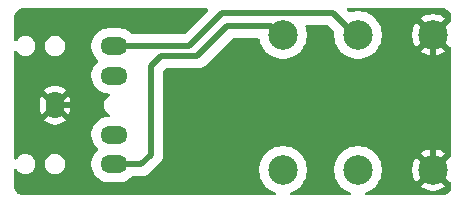
<source format=gbr>
%TF.GenerationSoftware,KiCad,Pcbnew,9.0.2*%
%TF.CreationDate,2025-08-14T21:49:20-07:00*%
%TF.ProjectId,natsys_conn1,6e617473-7973-45f6-936f-6e6e312e6b69,rev?*%
%TF.SameCoordinates,Original*%
%TF.FileFunction,Copper,L1,Top*%
%TF.FilePolarity,Positive*%
%FSLAX46Y46*%
G04 Gerber Fmt 4.6, Leading zero omitted, Abs format (unit mm)*
G04 Created by KiCad (PCBNEW 9.0.2) date 2025-08-14 21:49:20*
%MOMM*%
%LPD*%
G01*
G04 APERTURE LIST*
%TA.AperFunction,ComponentPad*%
%ADD10O,2.300000X1.500000*%
%TD*%
%TA.AperFunction,ComponentPad*%
%ADD11O,1.500000X2.300000*%
%TD*%
%TA.AperFunction,ComponentPad*%
%ADD12C,2.500000*%
%TD*%
%TA.AperFunction,ViaPad*%
%ADD13C,0.600000*%
%TD*%
%TA.AperFunction,Conductor*%
%ADD14C,0.508000*%
%TD*%
G04 APERTURE END LIST*
D10*
%TO.P,J2,10*%
%TO.N,N/C*%
X132811800Y-97623000D03*
%TO.P,J2,11*%
X132811800Y-92623000D03*
%TO.P,J2,R*%
%TO.N,RING1*%
X132811800Y-90123000D03*
D11*
%TO.P,J2,S*%
%TO.N,SLEEVE1*%
X127811800Y-95123000D03*
D10*
%TO.P,J2,T*%
%TO.N,TIP1*%
X132811800Y-100123000D03*
%TD*%
D12*
%TO.P,J3,R*%
%TO.N,RING1*%
X153466800Y-89179400D03*
%TO.P,J3,RN*%
%TO.N,Net-(J3-R)*%
X153466800Y-100609400D03*
%TO.P,J3,S*%
%TO.N,SLEEVE1*%
X159816800Y-89179400D03*
X159816800Y-100609400D03*
%TO.P,J3,T*%
%TO.N,TIP1*%
X147116800Y-89179400D03*
%TO.P,J3,TN*%
%TO.N,Net-(J3-T)*%
X147116800Y-100609400D03*
%TD*%
D13*
%TO.N,SLEEVE1*%
X149682200Y-97688400D03*
X141046200Y-99136200D03*
%TD*%
D14*
%TO.N,TIP1*%
X136753600Y-91008200D02*
X139877800Y-91008200D01*
X139877800Y-91008200D02*
X142417800Y-88468200D01*
X135940800Y-99314000D02*
X135940800Y-91821000D01*
X135940800Y-91821000D02*
X136753600Y-91008200D01*
X135131800Y-100123000D02*
X135940800Y-99314000D01*
X146112600Y-88468200D02*
X147192600Y-89548200D01*
X142417800Y-88468200D02*
X146112600Y-88468200D01*
X132811800Y-100123000D02*
X135131800Y-100123000D01*
%TO.N,SLEEVE1*%
X149682200Y-96697800D02*
X159740600Y-96697800D01*
X139725400Y-100685600D02*
X139725400Y-99212400D01*
X130251200Y-95758000D02*
X130251200Y-100838000D01*
X127811800Y-95123000D02*
X129616200Y-95123000D01*
X149682200Y-97688400D02*
X149682200Y-96697800D01*
X141046200Y-99136200D02*
X139801600Y-99136200D01*
X131343400Y-101930200D02*
X138480800Y-101930200D01*
X138480800Y-101930200D02*
X139725400Y-100685600D01*
X159816800Y-89179400D02*
X159816800Y-96774000D01*
X159740600Y-96697800D02*
X159816800Y-96774000D01*
X129616200Y-95123000D02*
X130251200Y-95758000D01*
X130251200Y-100838000D02*
X131343400Y-101930200D01*
X139725400Y-99212400D02*
X139725400Y-98018600D01*
X139801600Y-99136200D02*
X139725400Y-99212400D01*
X141046200Y-96697800D02*
X149682200Y-96697800D01*
X159816800Y-96774000D02*
X159816800Y-100609400D01*
X139725400Y-98018600D02*
X141046200Y-96697800D01*
%TO.N,RING1*%
X141986000Y-87325200D02*
X151319600Y-87325200D01*
X139188200Y-90123000D02*
X141986000Y-87325200D01*
X132811800Y-90123000D02*
X139188200Y-90123000D01*
X151319600Y-87325200D02*
X153542600Y-89548200D01*
%TD*%
%TA.AperFunction,Conductor*%
%TO.N,SLEEVE1*%
G36*
X140726283Y-86931302D02*
G01*
X140772776Y-86984958D01*
X140782880Y-87055232D01*
X140753386Y-87119812D01*
X140747257Y-87126395D01*
X138804057Y-89069595D01*
X138741745Y-89103621D01*
X138714962Y-89106500D01*
X134386488Y-89106500D01*
X134318367Y-89086498D01*
X134297397Y-89069599D01*
X134197128Y-88969330D01*
X134004523Y-88829394D01*
X133792399Y-88721311D01*
X133792396Y-88721310D01*
X133792394Y-88721309D01*
X133565982Y-88647744D01*
X133565985Y-88647744D01*
X133522206Y-88640810D01*
X133330836Y-88610500D01*
X132292764Y-88610500D01*
X132057622Y-88647743D01*
X132057616Y-88647744D01*
X131831205Y-88721309D01*
X131831199Y-88721312D01*
X131619073Y-88829396D01*
X131426469Y-88969332D01*
X131426466Y-88969334D01*
X131258134Y-89137666D01*
X131258132Y-89137669D01*
X131118196Y-89330273D01*
X131010112Y-89542399D01*
X131010109Y-89542405D01*
X130936544Y-89768816D01*
X130936543Y-89768821D01*
X130936543Y-89768822D01*
X130899300Y-90003964D01*
X130899300Y-90242036D01*
X130933124Y-90455589D01*
X130936544Y-90477183D01*
X131007549Y-90695714D01*
X131010111Y-90703599D01*
X131118194Y-90915723D01*
X131258130Y-91108328D01*
X131258132Y-91108330D01*
X131258134Y-91108333D01*
X131426462Y-91276661D01*
X131426468Y-91276666D01*
X131426472Y-91276670D01*
X131426475Y-91276672D01*
X131427079Y-91277188D01*
X131427248Y-91277447D01*
X131429972Y-91280171D01*
X131429399Y-91280743D01*
X131465888Y-91336639D01*
X131466396Y-91407634D01*
X131429732Y-91465589D01*
X131429972Y-91465829D01*
X131428906Y-91466894D01*
X131428440Y-91467632D01*
X131427079Y-91468812D01*
X131426462Y-91469338D01*
X131258134Y-91637666D01*
X131258132Y-91637669D01*
X131118196Y-91830273D01*
X131010112Y-92042399D01*
X131010109Y-92042405D01*
X130936544Y-92268816D01*
X130936543Y-92268821D01*
X130936543Y-92268822D01*
X130899300Y-92503964D01*
X130899300Y-92742036D01*
X130931448Y-92945010D01*
X130936544Y-92977183D01*
X130945133Y-93003616D01*
X131010111Y-93203599D01*
X131118194Y-93415723D01*
X131258130Y-93608328D01*
X131258132Y-93608330D01*
X131258134Y-93608333D01*
X131426466Y-93776665D01*
X131426469Y-93776667D01*
X131426472Y-93776670D01*
X131619077Y-93916606D01*
X131831201Y-94024689D01*
X132057616Y-94098255D01*
X132057617Y-94098255D01*
X132057622Y-94098257D01*
X132292764Y-94135500D01*
X132292767Y-94135500D01*
X132343473Y-94135500D01*
X132411594Y-94155502D01*
X132458087Y-94209158D01*
X132468191Y-94279432D01*
X132438697Y-94344012D01*
X132413475Y-94366265D01*
X132269638Y-94462373D01*
X132269632Y-94462378D01*
X132151178Y-94580832D01*
X132151173Y-94580838D01*
X132058098Y-94720135D01*
X131993985Y-94874914D01*
X131961300Y-95039230D01*
X131961300Y-95039233D01*
X131961300Y-95206767D01*
X131993984Y-95371082D01*
X132058097Y-95525863D01*
X132058098Y-95525864D01*
X132151173Y-95665161D01*
X132151178Y-95665167D01*
X132269632Y-95783621D01*
X132269638Y-95783626D01*
X132413475Y-95879735D01*
X132459003Y-95934212D01*
X132467851Y-96004655D01*
X132437209Y-96068699D01*
X132376808Y-96106010D01*
X132343473Y-96110500D01*
X132292764Y-96110500D01*
X132057622Y-96147743D01*
X132057616Y-96147744D01*
X131831205Y-96221309D01*
X131831199Y-96221312D01*
X131619073Y-96329396D01*
X131426469Y-96469332D01*
X131426466Y-96469334D01*
X131258134Y-96637666D01*
X131258132Y-96637669D01*
X131118196Y-96830273D01*
X131010112Y-97042399D01*
X131010109Y-97042405D01*
X130936544Y-97268816D01*
X130936543Y-97268821D01*
X130936543Y-97268822D01*
X130899300Y-97503964D01*
X130899300Y-97742036D01*
X130931448Y-97945010D01*
X130936544Y-97977183D01*
X130945133Y-98003616D01*
X131010111Y-98203599D01*
X131118194Y-98415723D01*
X131258130Y-98608328D01*
X131258132Y-98608330D01*
X131258134Y-98608333D01*
X131426462Y-98776661D01*
X131426468Y-98776666D01*
X131426472Y-98776670D01*
X131426475Y-98776672D01*
X131427079Y-98777188D01*
X131427248Y-98777447D01*
X131429972Y-98780171D01*
X131429399Y-98780743D01*
X131465888Y-98836639D01*
X131466396Y-98907634D01*
X131429732Y-98965589D01*
X131429972Y-98965829D01*
X131428906Y-98966894D01*
X131428440Y-98967632D01*
X131427079Y-98968812D01*
X131426462Y-98969338D01*
X131258134Y-99137666D01*
X131258132Y-99137669D01*
X131118196Y-99330273D01*
X131010112Y-99542399D01*
X131010109Y-99542405D01*
X130936544Y-99768816D01*
X130936543Y-99768821D01*
X130936543Y-99768822D01*
X130899300Y-100003964D01*
X130899300Y-100242036D01*
X130922836Y-100390633D01*
X130936544Y-100477183D01*
X131003505Y-100683269D01*
X131010111Y-100703599D01*
X131116585Y-100912565D01*
X131118196Y-100915726D01*
X131152509Y-100962954D01*
X131258130Y-101108328D01*
X131258132Y-101108330D01*
X131258134Y-101108333D01*
X131426466Y-101276665D01*
X131426469Y-101276667D01*
X131426472Y-101276670D01*
X131619077Y-101416606D01*
X131831201Y-101524689D01*
X132057616Y-101598255D01*
X132057617Y-101598255D01*
X132057622Y-101598257D01*
X132292764Y-101635500D01*
X132292767Y-101635500D01*
X133330833Y-101635500D01*
X133330836Y-101635500D01*
X133565978Y-101598257D01*
X133792399Y-101524689D01*
X134004523Y-101416606D01*
X134197128Y-101276670D01*
X134297394Y-101176403D01*
X134359704Y-101142380D01*
X134386488Y-101139500D01*
X135231916Y-101139500D01*
X135428302Y-101100436D01*
X135613293Y-101023810D01*
X135779781Y-100912567D01*
X136730367Y-99961981D01*
X136841610Y-99795493D01*
X136918236Y-99610502D01*
X136957300Y-99414116D01*
X136957300Y-99213883D01*
X136957300Y-92294238D01*
X136966083Y-92264322D01*
X136972712Y-92233853D01*
X136976526Y-92228757D01*
X136977302Y-92226117D01*
X136994205Y-92205143D01*
X137137743Y-92061605D01*
X137200055Y-92027579D01*
X137226838Y-92024700D01*
X139977916Y-92024700D01*
X140174302Y-91985636D01*
X140359293Y-91909010D01*
X140525781Y-91797767D01*
X142801943Y-89521605D01*
X142864255Y-89487580D01*
X142891038Y-89484700D01*
X145018429Y-89484700D01*
X145086550Y-89504702D01*
X145133043Y-89558358D01*
X145140134Y-89578084D01*
X145207014Y-89827685D01*
X145307971Y-90071416D01*
X145307972Y-90071417D01*
X145307977Y-90071428D01*
X145439874Y-90299880D01*
X145439876Y-90299883D01*
X145439877Y-90299884D01*
X145600476Y-90509181D01*
X145600480Y-90509185D01*
X145600485Y-90509191D01*
X145787008Y-90695714D01*
X145787013Y-90695718D01*
X145787019Y-90695724D01*
X145975153Y-90840084D01*
X145996319Y-90856325D01*
X146224771Y-90988222D01*
X146224775Y-90988223D01*
X146224784Y-90988229D01*
X146468515Y-91089186D01*
X146723338Y-91157465D01*
X146723344Y-91157465D01*
X146723345Y-91157466D01*
X146737215Y-91159292D01*
X146984894Y-91191900D01*
X146984901Y-91191900D01*
X147248699Y-91191900D01*
X147248706Y-91191900D01*
X147510262Y-91157465D01*
X147765085Y-91089186D01*
X148008816Y-90988229D01*
X148237284Y-90856323D01*
X148446581Y-90695724D01*
X148633124Y-90509181D01*
X148793723Y-90299884D01*
X148925629Y-90071416D01*
X149026586Y-89827685D01*
X149094865Y-89572862D01*
X149129300Y-89311306D01*
X149129300Y-89047494D01*
X149094865Y-88785938D01*
X149026586Y-88531115D01*
X149020290Y-88515917D01*
X149012702Y-88445329D01*
X149044481Y-88381842D01*
X149105539Y-88345614D01*
X149136700Y-88341700D01*
X150846362Y-88341700D01*
X150914483Y-88361702D01*
X150935457Y-88378605D01*
X151427818Y-88870966D01*
X151461844Y-88933278D01*
X151463645Y-88976506D01*
X151454300Y-89047489D01*
X151454300Y-89311308D01*
X151488733Y-89572854D01*
X151488734Y-89572860D01*
X151488735Y-89572862D01*
X151557014Y-89827685D01*
X151657971Y-90071416D01*
X151657972Y-90071417D01*
X151657977Y-90071428D01*
X151789874Y-90299880D01*
X151789876Y-90299883D01*
X151789877Y-90299884D01*
X151950476Y-90509181D01*
X151950480Y-90509185D01*
X151950485Y-90509191D01*
X152137008Y-90695714D01*
X152137013Y-90695718D01*
X152137019Y-90695724D01*
X152325153Y-90840084D01*
X152346319Y-90856325D01*
X152574771Y-90988222D01*
X152574775Y-90988223D01*
X152574784Y-90988229D01*
X152818515Y-91089186D01*
X153073338Y-91157465D01*
X153073344Y-91157465D01*
X153073345Y-91157466D01*
X153087215Y-91159292D01*
X153334894Y-91191900D01*
X153334901Y-91191900D01*
X153598699Y-91191900D01*
X153598706Y-91191900D01*
X153860262Y-91157465D01*
X154115085Y-91089186D01*
X154358816Y-90988229D01*
X154587284Y-90856323D01*
X154796581Y-90695724D01*
X154983124Y-90509181D01*
X155143723Y-90299884D01*
X155275629Y-90071416D01*
X155376586Y-89827685D01*
X155444865Y-89572862D01*
X155479300Y-89311306D01*
X155479300Y-89047494D01*
X155444865Y-88785938D01*
X155376586Y-88531115D01*
X155275629Y-88287384D01*
X155275623Y-88287375D01*
X155275622Y-88287371D01*
X155143725Y-88058919D01*
X155024247Y-87903212D01*
X154983124Y-87849619D01*
X154983118Y-87849613D01*
X154983114Y-87849608D01*
X154796591Y-87663085D01*
X154796585Y-87663080D01*
X154796581Y-87663076D01*
X154587284Y-87502477D01*
X154587283Y-87502476D01*
X154587280Y-87502474D01*
X154358828Y-87370577D01*
X154358820Y-87370573D01*
X154358816Y-87370571D01*
X154115085Y-87269614D01*
X153860262Y-87201335D01*
X153860260Y-87201334D01*
X153860254Y-87201333D01*
X153598708Y-87166900D01*
X153598706Y-87166900D01*
X153334894Y-87166900D01*
X153334891Y-87166900D01*
X153073345Y-87201333D01*
X153073338Y-87201335D01*
X152879442Y-87253289D01*
X152818508Y-87269616D01*
X152813585Y-87271655D01*
X152742994Y-87279237D01*
X152679511Y-87247451D01*
X152676284Y-87244336D01*
X152558343Y-87126395D01*
X152524317Y-87064083D01*
X152529382Y-86993268D01*
X152571929Y-86936432D01*
X152638449Y-86911621D01*
X152647438Y-86911300D01*
X160538308Y-86911300D01*
X160598013Y-86911300D01*
X160610362Y-86911906D01*
X160741978Y-86924870D01*
X160766192Y-86929686D01*
X160886799Y-86966272D01*
X160909616Y-86975723D01*
X160942440Y-86993268D01*
X161020765Y-87035133D01*
X161041301Y-87048854D01*
X161138727Y-87128809D01*
X161156192Y-87146274D01*
X161236144Y-87243697D01*
X161249866Y-87264234D01*
X161309275Y-87375381D01*
X161318727Y-87398201D01*
X161355311Y-87518801D01*
X161360130Y-87543026D01*
X161373093Y-87674636D01*
X161373700Y-87686987D01*
X161373700Y-88006984D01*
X161353698Y-88075105D01*
X161300042Y-88121598D01*
X161239459Y-88132714D01*
X161218417Y-88131334D01*
X160494377Y-88855373D01*
X160481441Y-88824142D01*
X160399363Y-88701303D01*
X160294897Y-88596837D01*
X160172058Y-88514759D01*
X160140824Y-88501821D01*
X160864864Y-87777782D01*
X160864863Y-87777780D01*
X160791135Y-87721206D01*
X160592478Y-87606511D01*
X160592467Y-87606506D01*
X160380525Y-87518717D01*
X160380521Y-87518715D01*
X160158933Y-87459341D01*
X159931503Y-87429400D01*
X159702096Y-87429400D01*
X159474666Y-87459341D01*
X159253078Y-87518715D01*
X159253074Y-87518717D01*
X159041132Y-87606506D01*
X159041121Y-87606511D01*
X158842465Y-87721205D01*
X158768735Y-87777780D01*
X158768734Y-87777781D01*
X159492774Y-88501821D01*
X159461542Y-88514759D01*
X159338703Y-88596837D01*
X159234237Y-88701303D01*
X159152159Y-88824142D01*
X159139221Y-88855374D01*
X158415181Y-88131334D01*
X158415180Y-88131335D01*
X158358605Y-88205065D01*
X158243911Y-88403721D01*
X158243906Y-88403732D01*
X158156117Y-88615674D01*
X158156115Y-88615678D01*
X158096741Y-88837266D01*
X158066800Y-89064696D01*
X158066800Y-89294103D01*
X158096741Y-89521533D01*
X158156115Y-89743121D01*
X158156117Y-89743125D01*
X158243906Y-89955067D01*
X158243911Y-89955078D01*
X158358606Y-90153735D01*
X158415180Y-90227463D01*
X158415182Y-90227464D01*
X159139221Y-89503424D01*
X159152159Y-89534658D01*
X159234237Y-89657497D01*
X159338703Y-89761963D01*
X159461542Y-89844041D01*
X159492774Y-89856978D01*
X158768734Y-90581017D01*
X158768735Y-90581018D01*
X158842463Y-90637592D01*
X158842469Y-90637596D01*
X159041121Y-90752288D01*
X159041132Y-90752293D01*
X159253074Y-90840082D01*
X159253078Y-90840084D01*
X159474666Y-90899458D01*
X159702096Y-90929399D01*
X159702106Y-90929400D01*
X159931494Y-90929400D01*
X159931503Y-90929399D01*
X160158933Y-90899458D01*
X160380521Y-90840084D01*
X160380525Y-90840082D01*
X160592467Y-90752293D01*
X160592478Y-90752288D01*
X160791130Y-90637596D01*
X160791136Y-90637592D01*
X160864864Y-90581018D01*
X160864864Y-90581017D01*
X160140825Y-89856978D01*
X160172058Y-89844041D01*
X160294897Y-89761963D01*
X160399363Y-89657497D01*
X160481441Y-89534658D01*
X160494378Y-89503425D01*
X161218417Y-90227464D01*
X161239459Y-90226085D01*
X161308742Y-90241589D01*
X161358645Y-90292089D01*
X161373700Y-90351815D01*
X161373700Y-99436984D01*
X161353698Y-99505105D01*
X161300042Y-99551598D01*
X161239459Y-99562714D01*
X161218417Y-99561334D01*
X160494377Y-100285373D01*
X160481441Y-100254142D01*
X160399363Y-100131303D01*
X160294897Y-100026837D01*
X160172058Y-99944759D01*
X160140824Y-99931821D01*
X160864864Y-99207782D01*
X160864863Y-99207780D01*
X160791135Y-99151206D01*
X160592478Y-99036511D01*
X160592467Y-99036506D01*
X160380525Y-98948717D01*
X160380521Y-98948715D01*
X160158933Y-98889341D01*
X159931503Y-98859400D01*
X159702096Y-98859400D01*
X159474666Y-98889341D01*
X159253078Y-98948715D01*
X159253074Y-98948717D01*
X159041132Y-99036506D01*
X159041121Y-99036511D01*
X158842465Y-99151205D01*
X158768735Y-99207780D01*
X158768734Y-99207781D01*
X159492774Y-99931821D01*
X159461542Y-99944759D01*
X159338703Y-100026837D01*
X159234237Y-100131303D01*
X159152159Y-100254142D01*
X159139221Y-100285374D01*
X158415181Y-99561334D01*
X158415180Y-99561335D01*
X158358605Y-99635065D01*
X158243911Y-99833721D01*
X158243906Y-99833732D01*
X158156117Y-100045674D01*
X158156115Y-100045678D01*
X158096741Y-100267266D01*
X158066800Y-100494696D01*
X158066800Y-100724103D01*
X158096741Y-100951533D01*
X158156115Y-101173121D01*
X158156117Y-101173125D01*
X158243906Y-101385067D01*
X158243911Y-101385078D01*
X158358606Y-101583735D01*
X158415180Y-101657463D01*
X158415182Y-101657464D01*
X159139221Y-100933424D01*
X159152159Y-100964658D01*
X159234237Y-101087497D01*
X159338703Y-101191963D01*
X159461542Y-101274041D01*
X159492774Y-101286978D01*
X158768734Y-102011017D01*
X158768735Y-102011018D01*
X158842463Y-102067592D01*
X158842469Y-102067596D01*
X159041121Y-102182288D01*
X159041132Y-102182293D01*
X159253074Y-102270082D01*
X159253078Y-102270084D01*
X159474666Y-102329458D01*
X159702096Y-102359399D01*
X159702106Y-102359400D01*
X159931494Y-102359400D01*
X159931503Y-102359399D01*
X160158933Y-102329458D01*
X160380521Y-102270084D01*
X160380525Y-102270082D01*
X160592467Y-102182293D01*
X160592478Y-102182288D01*
X160791130Y-102067596D01*
X160791136Y-102067592D01*
X160864864Y-102011018D01*
X160864864Y-102011017D01*
X160140825Y-101286978D01*
X160172058Y-101274041D01*
X160294897Y-101191963D01*
X160399363Y-101087497D01*
X160481441Y-100964658D01*
X160494378Y-100933425D01*
X161218417Y-101657464D01*
X161239459Y-101656085D01*
X161252450Y-101658992D01*
X161265632Y-101657097D01*
X161286432Y-101666596D01*
X161308742Y-101671589D01*
X161318100Y-101681059D01*
X161330212Y-101686591D01*
X161342572Y-101705824D01*
X161358645Y-101722089D01*
X161362271Y-101736475D01*
X161368596Y-101746317D01*
X161373700Y-101781815D01*
X161373700Y-101974812D01*
X161373093Y-101987163D01*
X161360130Y-102118773D01*
X161355311Y-102142998D01*
X161318727Y-102263598D01*
X161309275Y-102286418D01*
X161249866Y-102397565D01*
X161236144Y-102418102D01*
X161156192Y-102515525D01*
X161138725Y-102532992D01*
X161041302Y-102612944D01*
X161020765Y-102626666D01*
X160909618Y-102686075D01*
X160886798Y-102695527D01*
X160766198Y-102732111D01*
X160741973Y-102736930D01*
X160646830Y-102746301D01*
X160610361Y-102749893D01*
X160598013Y-102750500D01*
X154190087Y-102750500D01*
X154121966Y-102730498D01*
X154075473Y-102676842D01*
X154065369Y-102606568D01*
X154094863Y-102541988D01*
X154141866Y-102508092D01*
X154358816Y-102418229D01*
X154587284Y-102286323D01*
X154796581Y-102125724D01*
X154983124Y-101939181D01*
X155143723Y-101729884D01*
X155275629Y-101501416D01*
X155376586Y-101257685D01*
X155444865Y-101002862D01*
X155479300Y-100741306D01*
X155479300Y-100477494D01*
X155444865Y-100215938D01*
X155376586Y-99961115D01*
X155275629Y-99717384D01*
X155275623Y-99717375D01*
X155275622Y-99717371D01*
X155143725Y-99488919D01*
X155123359Y-99462378D01*
X154983124Y-99279619D01*
X154983118Y-99279613D01*
X154983114Y-99279608D01*
X154796591Y-99093085D01*
X154796585Y-99093080D01*
X154796581Y-99093076D01*
X154587284Y-98932477D01*
X154587283Y-98932476D01*
X154587280Y-98932474D01*
X154358828Y-98800577D01*
X154358820Y-98800573D01*
X154358816Y-98800571D01*
X154115085Y-98699614D01*
X153860262Y-98631335D01*
X153860260Y-98631334D01*
X153860254Y-98631333D01*
X153598708Y-98596900D01*
X153598706Y-98596900D01*
X153334894Y-98596900D01*
X153334891Y-98596900D01*
X153073345Y-98631333D01*
X153073338Y-98631335D01*
X152818515Y-98699614D01*
X152631236Y-98777188D01*
X152574782Y-98800572D01*
X152574771Y-98800577D01*
X152346319Y-98932474D01*
X152137019Y-99093076D01*
X152137008Y-99093085D01*
X151950485Y-99279608D01*
X151950476Y-99279619D01*
X151789874Y-99488919D01*
X151657977Y-99717371D01*
X151657972Y-99717382D01*
X151657971Y-99717384D01*
X151609778Y-99833732D01*
X151557014Y-99961115D01*
X151488733Y-100215945D01*
X151454300Y-100477491D01*
X151454300Y-100741308D01*
X151488733Y-101002854D01*
X151488734Y-101002860D01*
X151488735Y-101002862D01*
X151557014Y-101257685D01*
X151657971Y-101501416D01*
X151657972Y-101501417D01*
X151657977Y-101501428D01*
X151789874Y-101729880D01*
X151789876Y-101729883D01*
X151789877Y-101729884D01*
X151950476Y-101939181D01*
X151950480Y-101939185D01*
X151950485Y-101939191D01*
X152137008Y-102125714D01*
X152137013Y-102125718D01*
X152137019Y-102125724D01*
X152325153Y-102270084D01*
X152346319Y-102286325D01*
X152574771Y-102418222D01*
X152574775Y-102418223D01*
X152574784Y-102418229D01*
X152791732Y-102508092D01*
X152847012Y-102552639D01*
X152869433Y-102620003D01*
X152851875Y-102688794D01*
X152799913Y-102737172D01*
X152743513Y-102750500D01*
X147840087Y-102750500D01*
X147771966Y-102730498D01*
X147725473Y-102676842D01*
X147715369Y-102606568D01*
X147744863Y-102541988D01*
X147791866Y-102508092D01*
X148008816Y-102418229D01*
X148237284Y-102286323D01*
X148446581Y-102125724D01*
X148633124Y-101939181D01*
X148793723Y-101729884D01*
X148925629Y-101501416D01*
X149026586Y-101257685D01*
X149094865Y-101002862D01*
X149129300Y-100741306D01*
X149129300Y-100477494D01*
X149094865Y-100215938D01*
X149026586Y-99961115D01*
X148925629Y-99717384D01*
X148925623Y-99717375D01*
X148925622Y-99717371D01*
X148793725Y-99488919D01*
X148793723Y-99488916D01*
X148633124Y-99279619D01*
X148633118Y-99279613D01*
X148633114Y-99279608D01*
X148446591Y-99093085D01*
X148446585Y-99093080D01*
X148446581Y-99093076D01*
X148237284Y-98932477D01*
X148237283Y-98932476D01*
X148237280Y-98932474D01*
X148008828Y-98800577D01*
X148008820Y-98800573D01*
X148008816Y-98800571D01*
X147765085Y-98699614D01*
X147510262Y-98631335D01*
X147510260Y-98631334D01*
X147510254Y-98631333D01*
X147248708Y-98596900D01*
X147248706Y-98596900D01*
X146984894Y-98596900D01*
X146984891Y-98596900D01*
X146723345Y-98631333D01*
X146723338Y-98631335D01*
X146468515Y-98699614D01*
X146281236Y-98777188D01*
X146224782Y-98800572D01*
X146224771Y-98800577D01*
X145996319Y-98932474D01*
X145787019Y-99093076D01*
X145787008Y-99093085D01*
X145600485Y-99279608D01*
X145600476Y-99279619D01*
X145439874Y-99488919D01*
X145307977Y-99717371D01*
X145307972Y-99717382D01*
X145307971Y-99717384D01*
X145259778Y-99833732D01*
X145207014Y-99961115D01*
X145138733Y-100215945D01*
X145104300Y-100477491D01*
X145104300Y-100741308D01*
X145138733Y-101002854D01*
X145138734Y-101002860D01*
X145138735Y-101002862D01*
X145207014Y-101257685D01*
X145307971Y-101501416D01*
X145307972Y-101501417D01*
X145307977Y-101501428D01*
X145439874Y-101729880D01*
X145439876Y-101729883D01*
X145439877Y-101729884D01*
X145600476Y-101939181D01*
X145600480Y-101939185D01*
X145600485Y-101939191D01*
X145787008Y-102125714D01*
X145787013Y-102125718D01*
X145787019Y-102125724D01*
X145975153Y-102270084D01*
X145996319Y-102286325D01*
X146224771Y-102418222D01*
X146224775Y-102418223D01*
X146224784Y-102418229D01*
X146441732Y-102508092D01*
X146497012Y-102552639D01*
X146519433Y-102620003D01*
X146501875Y-102688794D01*
X146449913Y-102737172D01*
X146393513Y-102750500D01*
X125126587Y-102750500D01*
X125114238Y-102749893D01*
X125066053Y-102745147D01*
X124982626Y-102736930D01*
X124958401Y-102732111D01*
X124837801Y-102695527D01*
X124814981Y-102686075D01*
X124703834Y-102626666D01*
X124683297Y-102612944D01*
X124585874Y-102532992D01*
X124568407Y-102515525D01*
X124562306Y-102508091D01*
X124488454Y-102418101D01*
X124474733Y-102397565D01*
X124454333Y-102359400D01*
X124415323Y-102286416D01*
X124405872Y-102263598D01*
X124369286Y-102142992D01*
X124364470Y-102118778D01*
X124351507Y-101987162D01*
X124350900Y-101974812D01*
X124350900Y-100631136D01*
X124370902Y-100563015D01*
X124424558Y-100516522D01*
X124494832Y-100506418D01*
X124559412Y-100535912D01*
X124581662Y-100561131D01*
X124613914Y-100609398D01*
X124651173Y-100665161D01*
X124651178Y-100665167D01*
X124769632Y-100783621D01*
X124769638Y-100783626D01*
X124908937Y-100876703D01*
X125063718Y-100940816D01*
X125228033Y-100973500D01*
X125228034Y-100973500D01*
X125395566Y-100973500D01*
X125395567Y-100973500D01*
X125559882Y-100940816D01*
X125714663Y-100876703D01*
X125853962Y-100783626D01*
X125972426Y-100665162D01*
X126065503Y-100525863D01*
X126129616Y-100371082D01*
X126162300Y-100206767D01*
X126162300Y-100039233D01*
X126162299Y-100039230D01*
X126961300Y-100039230D01*
X126961300Y-100206769D01*
X126968315Y-100242036D01*
X126993984Y-100371082D01*
X127058097Y-100525863D01*
X127082921Y-100563015D01*
X127151173Y-100665161D01*
X127151178Y-100665167D01*
X127269632Y-100783621D01*
X127269638Y-100783626D01*
X127408937Y-100876703D01*
X127563718Y-100940816D01*
X127728033Y-100973500D01*
X127728034Y-100973500D01*
X127895566Y-100973500D01*
X127895567Y-100973500D01*
X128059882Y-100940816D01*
X128214663Y-100876703D01*
X128353962Y-100783626D01*
X128472426Y-100665162D01*
X128565503Y-100525863D01*
X128629616Y-100371082D01*
X128662300Y-100206767D01*
X128662300Y-100039233D01*
X128629616Y-99874918D01*
X128565503Y-99720137D01*
X128472426Y-99580838D01*
X128472421Y-99580832D01*
X128353967Y-99462378D01*
X128353961Y-99462373D01*
X128214664Y-99369298D01*
X128214665Y-99369298D01*
X128214663Y-99369297D01*
X128105220Y-99323964D01*
X128059885Y-99305185D01*
X128059883Y-99305184D01*
X128059882Y-99305184D01*
X127977168Y-99288731D01*
X127895569Y-99272500D01*
X127895567Y-99272500D01*
X127728033Y-99272500D01*
X127728030Y-99272500D01*
X127605630Y-99296847D01*
X127563718Y-99305184D01*
X127563717Y-99305184D01*
X127563714Y-99305185D01*
X127408935Y-99369298D01*
X127269638Y-99462373D01*
X127269632Y-99462378D01*
X127151178Y-99580832D01*
X127151173Y-99580838D01*
X127058098Y-99720135D01*
X126993985Y-99874914D01*
X126961300Y-100039230D01*
X126162299Y-100039230D01*
X126129616Y-99874918D01*
X126065503Y-99720137D01*
X125972426Y-99580838D01*
X125972421Y-99580832D01*
X125853967Y-99462378D01*
X125853961Y-99462373D01*
X125714664Y-99369298D01*
X125714665Y-99369298D01*
X125714663Y-99369297D01*
X125605220Y-99323964D01*
X125559885Y-99305185D01*
X125559883Y-99305184D01*
X125559882Y-99305184D01*
X125477168Y-99288731D01*
X125395569Y-99272500D01*
X125395567Y-99272500D01*
X125228033Y-99272500D01*
X125228030Y-99272500D01*
X125105630Y-99296847D01*
X125063718Y-99305184D01*
X125063717Y-99305184D01*
X125063714Y-99305185D01*
X124908935Y-99369298D01*
X124769638Y-99462373D01*
X124769632Y-99462378D01*
X124651178Y-99580832D01*
X124651173Y-99580838D01*
X124581665Y-99684865D01*
X124527188Y-99730393D01*
X124456745Y-99739241D01*
X124392701Y-99708599D01*
X124355389Y-99648198D01*
X124350900Y-99614863D01*
X124350900Y-94624626D01*
X126561800Y-94624626D01*
X126561800Y-95621373D01*
X126592580Y-95815714D01*
X126634994Y-95946251D01*
X126634995Y-95946251D01*
X127411800Y-95169446D01*
X127411800Y-95525661D01*
X127439059Y-95627394D01*
X127491720Y-95718606D01*
X127530732Y-95757618D01*
X126904693Y-96383658D01*
X126904693Y-96383660D01*
X126997473Y-96476440D01*
X127156659Y-96592097D01*
X127331965Y-96681419D01*
X127519087Y-96742219D01*
X127713426Y-96773000D01*
X127910174Y-96773000D01*
X128104512Y-96742219D01*
X128291634Y-96681419D01*
X128466940Y-96592097D01*
X128626126Y-96476440D01*
X128718907Y-96383660D01*
X128718907Y-96383658D01*
X128092867Y-95757618D01*
X128131880Y-95718606D01*
X128184541Y-95627394D01*
X128211800Y-95525661D01*
X128211800Y-95169449D01*
X128988602Y-95946251D01*
X128988603Y-95946251D01*
X129031019Y-95815712D01*
X129061800Y-95621373D01*
X129061800Y-94624626D01*
X129031019Y-94430287D01*
X128988603Y-94299747D01*
X128211800Y-95076550D01*
X128211800Y-94720339D01*
X128184541Y-94618606D01*
X128131880Y-94527394D01*
X128092867Y-94488381D01*
X128718907Y-93862342D01*
X128718907Y-93862340D01*
X128626126Y-93769559D01*
X128466940Y-93653902D01*
X128291634Y-93564580D01*
X128104512Y-93503780D01*
X127910174Y-93473000D01*
X127713426Y-93473000D01*
X127519087Y-93503780D01*
X127331965Y-93564580D01*
X127156659Y-93653902D01*
X126997473Y-93769559D01*
X126904693Y-93862340D01*
X126904693Y-93862342D01*
X127530732Y-94488381D01*
X127491720Y-94527394D01*
X127439059Y-94618606D01*
X127411800Y-94720339D01*
X127411800Y-95076551D01*
X126634996Y-94299747D01*
X126634994Y-94299747D01*
X126592580Y-94430285D01*
X126561800Y-94624626D01*
X124350900Y-94624626D01*
X124350900Y-90631136D01*
X124370902Y-90563015D01*
X124424558Y-90516522D01*
X124494832Y-90506418D01*
X124559412Y-90535912D01*
X124581662Y-90561131D01*
X124594950Y-90581017D01*
X124651173Y-90665161D01*
X124651178Y-90665167D01*
X124769632Y-90783621D01*
X124769638Y-90783626D01*
X124908937Y-90876703D01*
X125063718Y-90940816D01*
X125228033Y-90973500D01*
X125228034Y-90973500D01*
X125395566Y-90973500D01*
X125395567Y-90973500D01*
X125559882Y-90940816D01*
X125714663Y-90876703D01*
X125853962Y-90783626D01*
X125972426Y-90665162D01*
X126065503Y-90525863D01*
X126129616Y-90371082D01*
X126162300Y-90206767D01*
X126162300Y-90039233D01*
X126162299Y-90039230D01*
X126961300Y-90039230D01*
X126961300Y-90206769D01*
X126968315Y-90242036D01*
X126993984Y-90371082D01*
X127058097Y-90525863D01*
X127082921Y-90563015D01*
X127151173Y-90665161D01*
X127151178Y-90665167D01*
X127269632Y-90783621D01*
X127269638Y-90783626D01*
X127408937Y-90876703D01*
X127563718Y-90940816D01*
X127728033Y-90973500D01*
X127728034Y-90973500D01*
X127895566Y-90973500D01*
X127895567Y-90973500D01*
X128059882Y-90940816D01*
X128214663Y-90876703D01*
X128353962Y-90783626D01*
X128472426Y-90665162D01*
X128565503Y-90525863D01*
X128629616Y-90371082D01*
X128662300Y-90206767D01*
X128662300Y-90039233D01*
X128629616Y-89874918D01*
X128565503Y-89720137D01*
X128472426Y-89580838D01*
X128472421Y-89580832D01*
X128353967Y-89462378D01*
X128353961Y-89462373D01*
X128214664Y-89369298D01*
X128214665Y-89369298D01*
X128214663Y-89369297D01*
X128074645Y-89311299D01*
X128059885Y-89305185D01*
X128059883Y-89305184D01*
X128059882Y-89305184D01*
X127977168Y-89288731D01*
X127895569Y-89272500D01*
X127895567Y-89272500D01*
X127728033Y-89272500D01*
X127728030Y-89272500D01*
X127619426Y-89294103D01*
X127563718Y-89305184D01*
X127563717Y-89305184D01*
X127563714Y-89305185D01*
X127408935Y-89369298D01*
X127269638Y-89462373D01*
X127269632Y-89462378D01*
X127151178Y-89580832D01*
X127151173Y-89580838D01*
X127058098Y-89720135D01*
X126993985Y-89874914D01*
X126961300Y-90039230D01*
X126162299Y-90039230D01*
X126129616Y-89874918D01*
X126065503Y-89720137D01*
X125972426Y-89580838D01*
X125972421Y-89580832D01*
X125853967Y-89462378D01*
X125853961Y-89462373D01*
X125714664Y-89369298D01*
X125714665Y-89369298D01*
X125714663Y-89369297D01*
X125574645Y-89311299D01*
X125559885Y-89305185D01*
X125559883Y-89305184D01*
X125559882Y-89305184D01*
X125477168Y-89288731D01*
X125395569Y-89272500D01*
X125395567Y-89272500D01*
X125228033Y-89272500D01*
X125228030Y-89272500D01*
X125119426Y-89294103D01*
X125063718Y-89305184D01*
X125063717Y-89305184D01*
X125063714Y-89305185D01*
X124908935Y-89369298D01*
X124769638Y-89462373D01*
X124769632Y-89462378D01*
X124651178Y-89580832D01*
X124651173Y-89580838D01*
X124581665Y-89684865D01*
X124527188Y-89730393D01*
X124456745Y-89739241D01*
X124392701Y-89708599D01*
X124355389Y-89648198D01*
X124350900Y-89614863D01*
X124350900Y-87686987D01*
X124351507Y-87674637D01*
X124358217Y-87606506D01*
X124364470Y-87543017D01*
X124369286Y-87518809D01*
X124405873Y-87398196D01*
X124415321Y-87375386D01*
X124474736Y-87264228D01*
X124488451Y-87243702D01*
X124568414Y-87146266D01*
X124585866Y-87128814D01*
X124683302Y-87048851D01*
X124703828Y-87035136D01*
X124814986Y-86975721D01*
X124837796Y-86966273D01*
X124958409Y-86929686D01*
X124982619Y-86924870D01*
X125114237Y-86911906D01*
X125126587Y-86911300D01*
X125186292Y-86911300D01*
X140658162Y-86911300D01*
X140726283Y-86931302D01*
G37*
%TD.AperFunction*%
%TD*%
M02*

</source>
